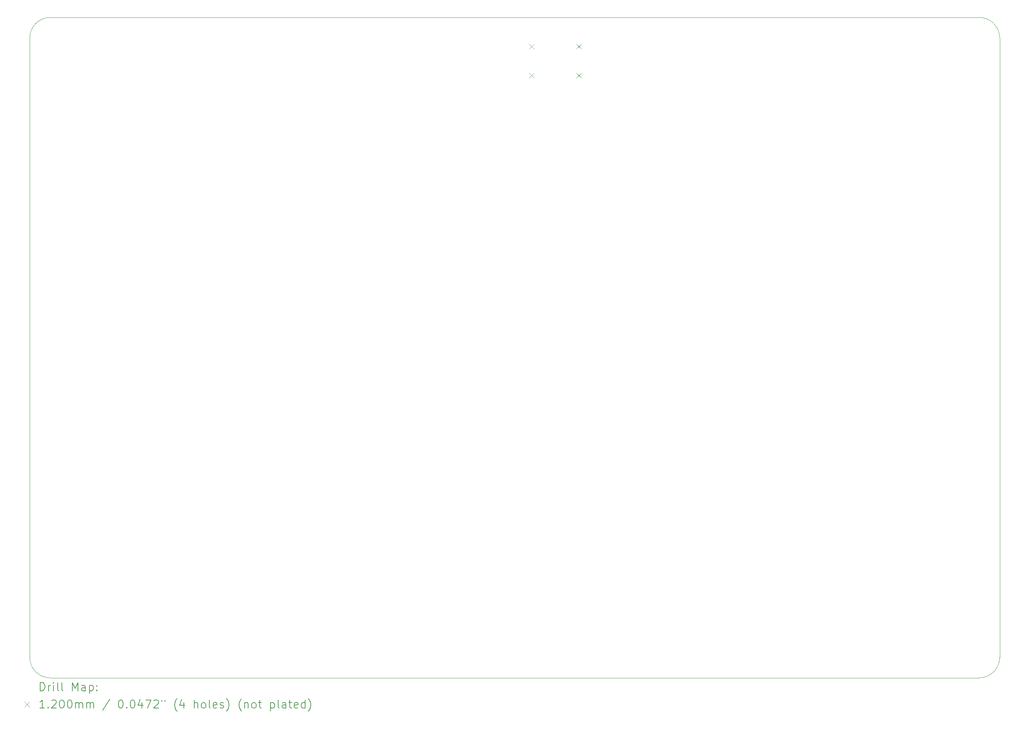
<source format=gbr>
%TF.GenerationSoftware,KiCad,Pcbnew,(6.0.11)*%
%TF.CreationDate,2023-12-22T20:06:39-05:00*%
%TF.ProjectId,input-output.Voice,696e7075-742d-46f7-9574-7075742e566f,rev?*%
%TF.SameCoordinates,Original*%
%TF.FileFunction,Drillmap*%
%TF.FilePolarity,Positive*%
%FSLAX45Y45*%
G04 Gerber Fmt 4.5, Leading zero omitted, Abs format (unit mm)*
G04 Created by KiCad (PCBNEW (6.0.11)) date 2023-12-22 20:06:39*
%MOMM*%
%LPD*%
G01*
G04 APERTURE LIST*
%ADD10C,0.050000*%
%ADD11C,0.200000*%
%ADD12C,0.120000*%
G04 APERTURE END LIST*
D10*
X3500000Y-7500000D02*
X3500000Y-22500000D01*
X4000000Y-23000000D02*
X26500000Y-23000000D01*
X27000000Y-22500000D02*
X27000000Y-7500000D01*
X26500000Y-7000000D02*
X4000000Y-7000000D01*
X27000000Y-7500000D02*
G75*
G03*
X26500000Y-7000000I-500000J0D01*
G01*
X3500000Y-22500000D02*
G75*
G03*
X4000000Y-23000000I500000J0D01*
G01*
X4000000Y-7000000D02*
G75*
G03*
X3500000Y-7500000I0J-500000D01*
G01*
X26500000Y-23000000D02*
G75*
G03*
X27000000Y-22500000I0J500000D01*
G01*
D11*
D12*
X15595000Y-7645000D02*
X15715000Y-7765000D01*
X15715000Y-7645000D02*
X15595000Y-7765000D01*
X15595000Y-8345000D02*
X15715000Y-8465000D01*
X15715000Y-8345000D02*
X15595000Y-8465000D01*
X16745000Y-7645000D02*
X16865000Y-7765000D01*
X16865000Y-7645000D02*
X16745000Y-7765000D01*
X16745000Y-8345000D02*
X16865000Y-8465000D01*
X16865000Y-8345000D02*
X16745000Y-8465000D01*
D11*
X3755119Y-23312976D02*
X3755119Y-23112976D01*
X3802738Y-23112976D01*
X3831309Y-23122500D01*
X3850357Y-23141548D01*
X3859881Y-23160595D01*
X3869405Y-23198690D01*
X3869405Y-23227262D01*
X3859881Y-23265357D01*
X3850357Y-23284405D01*
X3831309Y-23303452D01*
X3802738Y-23312976D01*
X3755119Y-23312976D01*
X3955119Y-23312976D02*
X3955119Y-23179643D01*
X3955119Y-23217738D02*
X3964643Y-23198690D01*
X3974167Y-23189167D01*
X3993214Y-23179643D01*
X4012262Y-23179643D01*
X4078928Y-23312976D02*
X4078928Y-23179643D01*
X4078928Y-23112976D02*
X4069405Y-23122500D01*
X4078928Y-23132024D01*
X4088452Y-23122500D01*
X4078928Y-23112976D01*
X4078928Y-23132024D01*
X4202738Y-23312976D02*
X4183690Y-23303452D01*
X4174167Y-23284405D01*
X4174167Y-23112976D01*
X4307500Y-23312976D02*
X4288452Y-23303452D01*
X4278929Y-23284405D01*
X4278929Y-23112976D01*
X4536071Y-23312976D02*
X4536071Y-23112976D01*
X4602738Y-23255833D01*
X4669405Y-23112976D01*
X4669405Y-23312976D01*
X4850357Y-23312976D02*
X4850357Y-23208214D01*
X4840833Y-23189167D01*
X4821786Y-23179643D01*
X4783690Y-23179643D01*
X4764643Y-23189167D01*
X4850357Y-23303452D02*
X4831310Y-23312976D01*
X4783690Y-23312976D01*
X4764643Y-23303452D01*
X4755119Y-23284405D01*
X4755119Y-23265357D01*
X4764643Y-23246309D01*
X4783690Y-23236786D01*
X4831310Y-23236786D01*
X4850357Y-23227262D01*
X4945595Y-23179643D02*
X4945595Y-23379643D01*
X4945595Y-23189167D02*
X4964643Y-23179643D01*
X5002738Y-23179643D01*
X5021786Y-23189167D01*
X5031310Y-23198690D01*
X5040833Y-23217738D01*
X5040833Y-23274881D01*
X5031310Y-23293928D01*
X5021786Y-23303452D01*
X5002738Y-23312976D01*
X4964643Y-23312976D01*
X4945595Y-23303452D01*
X5126548Y-23293928D02*
X5136071Y-23303452D01*
X5126548Y-23312976D01*
X5117024Y-23303452D01*
X5126548Y-23293928D01*
X5126548Y-23312976D01*
X5126548Y-23189167D02*
X5136071Y-23198690D01*
X5126548Y-23208214D01*
X5117024Y-23198690D01*
X5126548Y-23189167D01*
X5126548Y-23208214D01*
D12*
X3377500Y-23582500D02*
X3497500Y-23702500D01*
X3497500Y-23582500D02*
X3377500Y-23702500D01*
D11*
X3859881Y-23732976D02*
X3745595Y-23732976D01*
X3802738Y-23732976D02*
X3802738Y-23532976D01*
X3783690Y-23561548D01*
X3764643Y-23580595D01*
X3745595Y-23590119D01*
X3945595Y-23713928D02*
X3955119Y-23723452D01*
X3945595Y-23732976D01*
X3936071Y-23723452D01*
X3945595Y-23713928D01*
X3945595Y-23732976D01*
X4031309Y-23552024D02*
X4040833Y-23542500D01*
X4059881Y-23532976D01*
X4107500Y-23532976D01*
X4126548Y-23542500D01*
X4136071Y-23552024D01*
X4145595Y-23571071D01*
X4145595Y-23590119D01*
X4136071Y-23618690D01*
X4021786Y-23732976D01*
X4145595Y-23732976D01*
X4269405Y-23532976D02*
X4288452Y-23532976D01*
X4307500Y-23542500D01*
X4317024Y-23552024D01*
X4326548Y-23571071D01*
X4336071Y-23609167D01*
X4336071Y-23656786D01*
X4326548Y-23694881D01*
X4317024Y-23713928D01*
X4307500Y-23723452D01*
X4288452Y-23732976D01*
X4269405Y-23732976D01*
X4250357Y-23723452D01*
X4240833Y-23713928D01*
X4231310Y-23694881D01*
X4221786Y-23656786D01*
X4221786Y-23609167D01*
X4231310Y-23571071D01*
X4240833Y-23552024D01*
X4250357Y-23542500D01*
X4269405Y-23532976D01*
X4459881Y-23532976D02*
X4478929Y-23532976D01*
X4497976Y-23542500D01*
X4507500Y-23552024D01*
X4517024Y-23571071D01*
X4526548Y-23609167D01*
X4526548Y-23656786D01*
X4517024Y-23694881D01*
X4507500Y-23713928D01*
X4497976Y-23723452D01*
X4478929Y-23732976D01*
X4459881Y-23732976D01*
X4440833Y-23723452D01*
X4431310Y-23713928D01*
X4421786Y-23694881D01*
X4412262Y-23656786D01*
X4412262Y-23609167D01*
X4421786Y-23571071D01*
X4431310Y-23552024D01*
X4440833Y-23542500D01*
X4459881Y-23532976D01*
X4612262Y-23732976D02*
X4612262Y-23599643D01*
X4612262Y-23618690D02*
X4621786Y-23609167D01*
X4640833Y-23599643D01*
X4669405Y-23599643D01*
X4688452Y-23609167D01*
X4697976Y-23628214D01*
X4697976Y-23732976D01*
X4697976Y-23628214D02*
X4707500Y-23609167D01*
X4726548Y-23599643D01*
X4755119Y-23599643D01*
X4774167Y-23609167D01*
X4783690Y-23628214D01*
X4783690Y-23732976D01*
X4878929Y-23732976D02*
X4878929Y-23599643D01*
X4878929Y-23618690D02*
X4888452Y-23609167D01*
X4907500Y-23599643D01*
X4936071Y-23599643D01*
X4955119Y-23609167D01*
X4964643Y-23628214D01*
X4964643Y-23732976D01*
X4964643Y-23628214D02*
X4974167Y-23609167D01*
X4993214Y-23599643D01*
X5021786Y-23599643D01*
X5040833Y-23609167D01*
X5050357Y-23628214D01*
X5050357Y-23732976D01*
X5440833Y-23523452D02*
X5269405Y-23780595D01*
X5697976Y-23532976D02*
X5717024Y-23532976D01*
X5736071Y-23542500D01*
X5745595Y-23552024D01*
X5755119Y-23571071D01*
X5764643Y-23609167D01*
X5764643Y-23656786D01*
X5755119Y-23694881D01*
X5745595Y-23713928D01*
X5736071Y-23723452D01*
X5717024Y-23732976D01*
X5697976Y-23732976D01*
X5678928Y-23723452D01*
X5669405Y-23713928D01*
X5659881Y-23694881D01*
X5650357Y-23656786D01*
X5650357Y-23609167D01*
X5659881Y-23571071D01*
X5669405Y-23552024D01*
X5678928Y-23542500D01*
X5697976Y-23532976D01*
X5850357Y-23713928D02*
X5859881Y-23723452D01*
X5850357Y-23732976D01*
X5840833Y-23723452D01*
X5850357Y-23713928D01*
X5850357Y-23732976D01*
X5983690Y-23532976D02*
X6002738Y-23532976D01*
X6021786Y-23542500D01*
X6031309Y-23552024D01*
X6040833Y-23571071D01*
X6050357Y-23609167D01*
X6050357Y-23656786D01*
X6040833Y-23694881D01*
X6031309Y-23713928D01*
X6021786Y-23723452D01*
X6002738Y-23732976D01*
X5983690Y-23732976D01*
X5964643Y-23723452D01*
X5955119Y-23713928D01*
X5945595Y-23694881D01*
X5936071Y-23656786D01*
X5936071Y-23609167D01*
X5945595Y-23571071D01*
X5955119Y-23552024D01*
X5964643Y-23542500D01*
X5983690Y-23532976D01*
X6221786Y-23599643D02*
X6221786Y-23732976D01*
X6174167Y-23523452D02*
X6126548Y-23666309D01*
X6250357Y-23666309D01*
X6307500Y-23532976D02*
X6440833Y-23532976D01*
X6355119Y-23732976D01*
X6507500Y-23552024D02*
X6517024Y-23542500D01*
X6536071Y-23532976D01*
X6583690Y-23532976D01*
X6602738Y-23542500D01*
X6612262Y-23552024D01*
X6621786Y-23571071D01*
X6621786Y-23590119D01*
X6612262Y-23618690D01*
X6497976Y-23732976D01*
X6621786Y-23732976D01*
X6697976Y-23532976D02*
X6697976Y-23571071D01*
X6774167Y-23532976D02*
X6774167Y-23571071D01*
X7069405Y-23809167D02*
X7059881Y-23799643D01*
X7040833Y-23771071D01*
X7031309Y-23752024D01*
X7021786Y-23723452D01*
X7012262Y-23675833D01*
X7012262Y-23637738D01*
X7021786Y-23590119D01*
X7031309Y-23561548D01*
X7040833Y-23542500D01*
X7059881Y-23513928D01*
X7069405Y-23504405D01*
X7231309Y-23599643D02*
X7231309Y-23732976D01*
X7183690Y-23523452D02*
X7136071Y-23666309D01*
X7259881Y-23666309D01*
X7488452Y-23732976D02*
X7488452Y-23532976D01*
X7574167Y-23732976D02*
X7574167Y-23628214D01*
X7564643Y-23609167D01*
X7545595Y-23599643D01*
X7517024Y-23599643D01*
X7497976Y-23609167D01*
X7488452Y-23618690D01*
X7697976Y-23732976D02*
X7678928Y-23723452D01*
X7669405Y-23713928D01*
X7659881Y-23694881D01*
X7659881Y-23637738D01*
X7669405Y-23618690D01*
X7678928Y-23609167D01*
X7697976Y-23599643D01*
X7726548Y-23599643D01*
X7745595Y-23609167D01*
X7755119Y-23618690D01*
X7764643Y-23637738D01*
X7764643Y-23694881D01*
X7755119Y-23713928D01*
X7745595Y-23723452D01*
X7726548Y-23732976D01*
X7697976Y-23732976D01*
X7878928Y-23732976D02*
X7859881Y-23723452D01*
X7850357Y-23704405D01*
X7850357Y-23532976D01*
X8031309Y-23723452D02*
X8012262Y-23732976D01*
X7974167Y-23732976D01*
X7955119Y-23723452D01*
X7945595Y-23704405D01*
X7945595Y-23628214D01*
X7955119Y-23609167D01*
X7974167Y-23599643D01*
X8012262Y-23599643D01*
X8031309Y-23609167D01*
X8040833Y-23628214D01*
X8040833Y-23647262D01*
X7945595Y-23666309D01*
X8117024Y-23723452D02*
X8136071Y-23732976D01*
X8174167Y-23732976D01*
X8193214Y-23723452D01*
X8202738Y-23704405D01*
X8202738Y-23694881D01*
X8193214Y-23675833D01*
X8174167Y-23666309D01*
X8145595Y-23666309D01*
X8126548Y-23656786D01*
X8117024Y-23637738D01*
X8117024Y-23628214D01*
X8126548Y-23609167D01*
X8145595Y-23599643D01*
X8174167Y-23599643D01*
X8193214Y-23609167D01*
X8269405Y-23809167D02*
X8278928Y-23799643D01*
X8297976Y-23771071D01*
X8307500Y-23752024D01*
X8317024Y-23723452D01*
X8326548Y-23675833D01*
X8326548Y-23637738D01*
X8317024Y-23590119D01*
X8307500Y-23561548D01*
X8297976Y-23542500D01*
X8278928Y-23513928D01*
X8269405Y-23504405D01*
X8631310Y-23809167D02*
X8621786Y-23799643D01*
X8602738Y-23771071D01*
X8593214Y-23752024D01*
X8583690Y-23723452D01*
X8574167Y-23675833D01*
X8574167Y-23637738D01*
X8583690Y-23590119D01*
X8593214Y-23561548D01*
X8602738Y-23542500D01*
X8621786Y-23513928D01*
X8631310Y-23504405D01*
X8707500Y-23599643D02*
X8707500Y-23732976D01*
X8707500Y-23618690D02*
X8717024Y-23609167D01*
X8736071Y-23599643D01*
X8764643Y-23599643D01*
X8783690Y-23609167D01*
X8793214Y-23628214D01*
X8793214Y-23732976D01*
X8917024Y-23732976D02*
X8897976Y-23723452D01*
X8888452Y-23713928D01*
X8878929Y-23694881D01*
X8878929Y-23637738D01*
X8888452Y-23618690D01*
X8897976Y-23609167D01*
X8917024Y-23599643D01*
X8945595Y-23599643D01*
X8964643Y-23609167D01*
X8974167Y-23618690D01*
X8983690Y-23637738D01*
X8983690Y-23694881D01*
X8974167Y-23713928D01*
X8964643Y-23723452D01*
X8945595Y-23732976D01*
X8917024Y-23732976D01*
X9040833Y-23599643D02*
X9117024Y-23599643D01*
X9069405Y-23532976D02*
X9069405Y-23704405D01*
X9078929Y-23723452D01*
X9097976Y-23732976D01*
X9117024Y-23732976D01*
X9336071Y-23599643D02*
X9336071Y-23799643D01*
X9336071Y-23609167D02*
X9355119Y-23599643D01*
X9393214Y-23599643D01*
X9412262Y-23609167D01*
X9421786Y-23618690D01*
X9431310Y-23637738D01*
X9431310Y-23694881D01*
X9421786Y-23713928D01*
X9412262Y-23723452D01*
X9393214Y-23732976D01*
X9355119Y-23732976D01*
X9336071Y-23723452D01*
X9545595Y-23732976D02*
X9526548Y-23723452D01*
X9517024Y-23704405D01*
X9517024Y-23532976D01*
X9707500Y-23732976D02*
X9707500Y-23628214D01*
X9697976Y-23609167D01*
X9678929Y-23599643D01*
X9640833Y-23599643D01*
X9621786Y-23609167D01*
X9707500Y-23723452D02*
X9688452Y-23732976D01*
X9640833Y-23732976D01*
X9621786Y-23723452D01*
X9612262Y-23704405D01*
X9612262Y-23685357D01*
X9621786Y-23666309D01*
X9640833Y-23656786D01*
X9688452Y-23656786D01*
X9707500Y-23647262D01*
X9774167Y-23599643D02*
X9850357Y-23599643D01*
X9802738Y-23532976D02*
X9802738Y-23704405D01*
X9812262Y-23723452D01*
X9831310Y-23732976D01*
X9850357Y-23732976D01*
X9993214Y-23723452D02*
X9974167Y-23732976D01*
X9936071Y-23732976D01*
X9917024Y-23723452D01*
X9907500Y-23704405D01*
X9907500Y-23628214D01*
X9917024Y-23609167D01*
X9936071Y-23599643D01*
X9974167Y-23599643D01*
X9993214Y-23609167D01*
X10002738Y-23628214D01*
X10002738Y-23647262D01*
X9907500Y-23666309D01*
X10174167Y-23732976D02*
X10174167Y-23532976D01*
X10174167Y-23723452D02*
X10155119Y-23732976D01*
X10117024Y-23732976D01*
X10097976Y-23723452D01*
X10088452Y-23713928D01*
X10078929Y-23694881D01*
X10078929Y-23637738D01*
X10088452Y-23618690D01*
X10097976Y-23609167D01*
X10117024Y-23599643D01*
X10155119Y-23599643D01*
X10174167Y-23609167D01*
X10250357Y-23809167D02*
X10259881Y-23799643D01*
X10278929Y-23771071D01*
X10288452Y-23752024D01*
X10297976Y-23723452D01*
X10307500Y-23675833D01*
X10307500Y-23637738D01*
X10297976Y-23590119D01*
X10288452Y-23561548D01*
X10278929Y-23542500D01*
X10259881Y-23513928D01*
X10250357Y-23504405D01*
M02*

</source>
